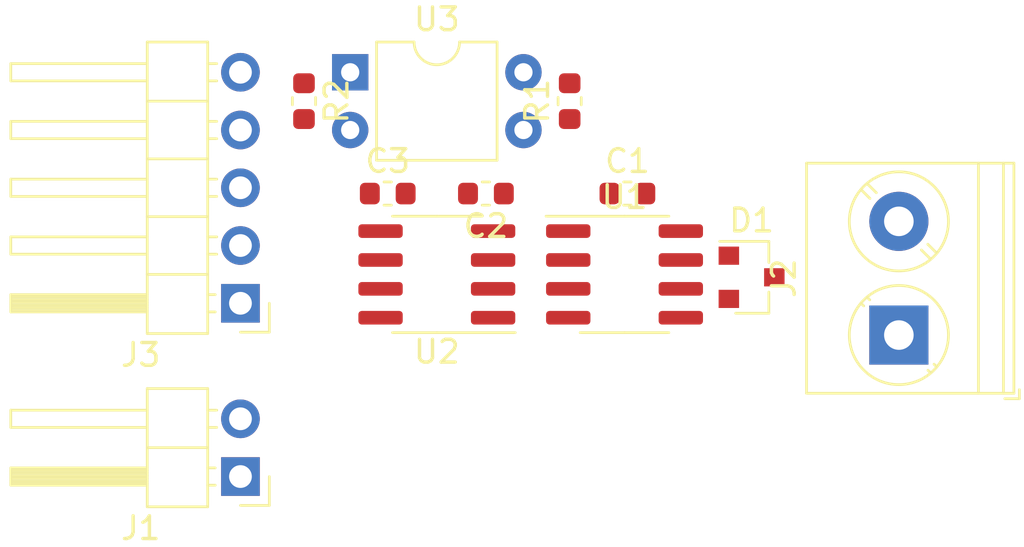
<source format=kicad_pcb>
(kicad_pcb (version 20171130) (host pcbnew "(5.1.6)-1")

  (general
    (thickness 1.6)
    (drawings 12)
    (tracks 0)
    (zones 0)
    (modules 12)
    (nets 14)
  )

  (page A4)
  (layers
    (0 F.Cu signal)
    (31 B.Cu signal)
    (32 B.Adhes user)
    (33 F.Adhes user)
    (34 B.Paste user)
    (35 F.Paste user)
    (36 B.SilkS user)
    (37 F.SilkS user)
    (38 B.Mask user)
    (39 F.Mask user)
    (40 Dwgs.User user hide)
    (41 Cmts.User user)
    (42 Eco1.User user)
    (43 Eco2.User user)
    (44 Edge.Cuts user)
    (45 Margin user)
    (46 B.CrtYd user)
    (47 F.CrtYd user)
    (48 B.Fab user hide)
    (49 F.Fab user hide)
  )

  (setup
    (last_trace_width 0.25)
    (user_trace_width 0.5)
    (trace_clearance 0.2)
    (zone_clearance 0.508)
    (zone_45_only no)
    (trace_min 0.2)
    (via_size 0.8)
    (via_drill 0.4)
    (via_min_size 0.4)
    (via_min_drill 0.3)
    (uvia_size 0.3)
    (uvia_drill 0.1)
    (uvias_allowed no)
    (uvia_min_size 0.2)
    (uvia_min_drill 0.1)
    (edge_width 0.05)
    (segment_width 0.2)
    (pcb_text_width 0.3)
    (pcb_text_size 1.5 1.5)
    (mod_edge_width 0.12)
    (mod_text_size 1 1)
    (mod_text_width 0.15)
    (pad_size 1.524 1.524)
    (pad_drill 0.762)
    (pad_to_mask_clearance 0.05)
    (aux_axis_origin 0 0)
    (grid_origin 187 71)
    (visible_elements 7FFFFFFF)
    (pcbplotparams
      (layerselection 0x010fc_ffffffff)
      (usegerberextensions false)
      (usegerberattributes true)
      (usegerberadvancedattributes true)
      (creategerberjobfile true)
      (excludeedgelayer true)
      (linewidth 0.100000)
      (plotframeref false)
      (viasonmask false)
      (mode 1)
      (useauxorigin false)
      (hpglpennumber 1)
      (hpglpenspeed 20)
      (hpglpendiameter 15.000000)
      (psnegative false)
      (psa4output false)
      (plotreference true)
      (plotvalue true)
      (plotinvisibletext false)
      (padsonsilk false)
      (subtractmaskfromsilk false)
      (outputformat 1)
      (mirror false)
      (drillshape 1)
      (scaleselection 1)
      (outputdirectory ""))
  )

  (net 0 "")
  (net 1 /VDD_BUS)
  (net 2 /GND_BUS)
  (net 3 /VDD_HOST)
  (net 4 /GND_HOST)
  (net 5 "/RX_(out)")
  (net 6 "/RX_(out)_iso")
  (net 7 "/TX_(in)")
  (net 8 "/TX_(in)_iso")
  (net 9 /RS485_A)
  (net 10 /RS485_B)
  (net 11 /Data_direction_ISO)
  (net 12 "Net-(R2-Pad1)")
  (net 13 /Data_direction_HOST)

  (net_class Default "This is the default net class."
    (clearance 0.2)
    (trace_width 0.25)
    (via_dia 0.8)
    (via_drill 0.4)
    (uvia_dia 0.3)
    (uvia_drill 0.1)
    (add_net /Data_direction_HOST)
    (add_net /Data_direction_ISO)
    (add_net /GND_BUS)
    (add_net /GND_HOST)
    (add_net /RS485_A)
    (add_net /RS485_B)
    (add_net "/RX_(out)")
    (add_net "/RX_(out)_iso")
    (add_net "/TX_(in)")
    (add_net "/TX_(in)_iso")
    (add_net /VDD_BUS)
    (add_net /VDD_HOST)
    (add_net "Net-(R2-Pad1)")
  )

  (module Package_TO_SOT_SMD:SOT-23 (layer F.Cu) (tedit 5A02FF57) (tstamp 6015634A)
    (at 209.479 69.857)
    (descr "SOT-23, Standard")
    (tags SOT-23)
    (path /6019B158)
    (attr smd)
    (fp_text reference D1 (at 0 -2.5) (layer F.SilkS)
      (effects (font (size 1 1) (thickness 0.15)))
    )
    (fp_text value SM712_SOT23 (at 0 2.5) (layer F.Fab)
      (effects (font (size 1 1) (thickness 0.15)))
    )
    (fp_text user %R (at 0 0 90) (layer F.Fab)
      (effects (font (size 0.5 0.5) (thickness 0.075)))
    )
    (fp_line (start -0.7 -0.95) (end -0.7 1.5) (layer F.Fab) (width 0.1))
    (fp_line (start -0.15 -1.52) (end 0.7 -1.52) (layer F.Fab) (width 0.1))
    (fp_line (start -0.7 -0.95) (end -0.15 -1.52) (layer F.Fab) (width 0.1))
    (fp_line (start 0.7 -1.52) (end 0.7 1.52) (layer F.Fab) (width 0.1))
    (fp_line (start -0.7 1.52) (end 0.7 1.52) (layer F.Fab) (width 0.1))
    (fp_line (start 0.76 1.58) (end 0.76 0.65) (layer F.SilkS) (width 0.12))
    (fp_line (start 0.76 -1.58) (end 0.76 -0.65) (layer F.SilkS) (width 0.12))
    (fp_line (start -1.7 -1.75) (end 1.7 -1.75) (layer F.CrtYd) (width 0.05))
    (fp_line (start 1.7 -1.75) (end 1.7 1.75) (layer F.CrtYd) (width 0.05))
    (fp_line (start 1.7 1.75) (end -1.7 1.75) (layer F.CrtYd) (width 0.05))
    (fp_line (start -1.7 1.75) (end -1.7 -1.75) (layer F.CrtYd) (width 0.05))
    (fp_line (start 0.76 -1.58) (end -1.4 -1.58) (layer F.SilkS) (width 0.12))
    (fp_line (start 0.76 1.58) (end -0.7 1.58) (layer F.SilkS) (width 0.12))
    (pad 3 smd rect (at 1 0) (size 0.9 0.8) (layers F.Cu F.Paste F.Mask)
      (net 2 /GND_BUS))
    (pad 2 smd rect (at -1 0.95) (size 0.9 0.8) (layers F.Cu F.Paste F.Mask)
      (net 9 /RS485_A))
    (pad 1 smd rect (at -1 -0.95) (size 0.9 0.8) (layers F.Cu F.Paste F.Mask)
      (net 10 /RS485_B))
    (model ${KISYS3DMOD}/Package_TO_SOT_SMD.3dshapes/SOT-23.wrl
      (at (xyz 0 0 0))
      (scale (xyz 1 1 1))
      (rotate (xyz 0 0 0))
    )
  )

  (module Connector_PinHeader_2.54mm:PinHeader_1x02_P2.54mm_Horizontal (layer F.Cu) (tedit 59FED5CB) (tstamp 60154336)
    (at 187 78.62 180)
    (descr "Through hole angled pin header, 1x02, 2.54mm pitch, 6mm pin length, single row")
    (tags "Through hole angled pin header THT 1x02 2.54mm single row")
    (path /600F0E91)
    (fp_text reference J1 (at 4.385 -2.27) (layer F.SilkS)
      (effects (font (size 1 1) (thickness 0.15)))
    )
    (fp_text value Conn_01x02 (at 4.385 4.81) (layer F.Fab)
      (effects (font (size 1 1) (thickness 0.15)))
    )
    (fp_text user %R (at 2.77 1.27 90) (layer F.Fab)
      (effects (font (size 1 1) (thickness 0.15)))
    )
    (fp_line (start 2.135 -1.27) (end 4.04 -1.27) (layer F.Fab) (width 0.1))
    (fp_line (start 4.04 -1.27) (end 4.04 3.81) (layer F.Fab) (width 0.1))
    (fp_line (start 4.04 3.81) (end 1.5 3.81) (layer F.Fab) (width 0.1))
    (fp_line (start 1.5 3.81) (end 1.5 -0.635) (layer F.Fab) (width 0.1))
    (fp_line (start 1.5 -0.635) (end 2.135 -1.27) (layer F.Fab) (width 0.1))
    (fp_line (start -0.32 -0.32) (end 1.5 -0.32) (layer F.Fab) (width 0.1))
    (fp_line (start -0.32 -0.32) (end -0.32 0.32) (layer F.Fab) (width 0.1))
    (fp_line (start -0.32 0.32) (end 1.5 0.32) (layer F.Fab) (width 0.1))
    (fp_line (start 4.04 -0.32) (end 10.04 -0.32) (layer F.Fab) (width 0.1))
    (fp_line (start 10.04 -0.32) (end 10.04 0.32) (layer F.Fab) (width 0.1))
    (fp_line (start 4.04 0.32) (end 10.04 0.32) (layer F.Fab) (width 0.1))
    (fp_line (start -0.32 2.22) (end 1.5 2.22) (layer F.Fab) (width 0.1))
    (fp_line (start -0.32 2.22) (end -0.32 2.86) (layer F.Fab) (width 0.1))
    (fp_line (start -0.32 2.86) (end 1.5 2.86) (layer F.Fab) (width 0.1))
    (fp_line (start 4.04 2.22) (end 10.04 2.22) (layer F.Fab) (width 0.1))
    (fp_line (start 10.04 2.22) (end 10.04 2.86) (layer F.Fab) (width 0.1))
    (fp_line (start 4.04 2.86) (end 10.04 2.86) (layer F.Fab) (width 0.1))
    (fp_line (start 1.44 -1.33) (end 1.44 3.87) (layer F.SilkS) (width 0.12))
    (fp_line (start 1.44 3.87) (end 4.1 3.87) (layer F.SilkS) (width 0.12))
    (fp_line (start 4.1 3.87) (end 4.1 -1.33) (layer F.SilkS) (width 0.12))
    (fp_line (start 4.1 -1.33) (end 1.44 -1.33) (layer F.SilkS) (width 0.12))
    (fp_line (start 4.1 -0.38) (end 10.1 -0.38) (layer F.SilkS) (width 0.12))
    (fp_line (start 10.1 -0.38) (end 10.1 0.38) (layer F.SilkS) (width 0.12))
    (fp_line (start 10.1 0.38) (end 4.1 0.38) (layer F.SilkS) (width 0.12))
    (fp_line (start 4.1 -0.32) (end 10.1 -0.32) (layer F.SilkS) (width 0.12))
    (fp_line (start 4.1 -0.2) (end 10.1 -0.2) (layer F.SilkS) (width 0.12))
    (fp_line (start 4.1 -0.08) (end 10.1 -0.08) (layer F.SilkS) (width 0.12))
    (fp_line (start 4.1 0.04) (end 10.1 0.04) (layer F.SilkS) (width 0.12))
    (fp_line (start 4.1 0.16) (end 10.1 0.16) (layer F.SilkS) (width 0.12))
    (fp_line (start 4.1 0.28) (end 10.1 0.28) (layer F.SilkS) (width 0.12))
    (fp_line (start 1.11 -0.38) (end 1.44 -0.38) (layer F.SilkS) (width 0.12))
    (fp_line (start 1.11 0.38) (end 1.44 0.38) (layer F.SilkS) (width 0.12))
    (fp_line (start 1.44 1.27) (end 4.1 1.27) (layer F.SilkS) (width 0.12))
    (fp_line (start 4.1 2.16) (end 10.1 2.16) (layer F.SilkS) (width 0.12))
    (fp_line (start 10.1 2.16) (end 10.1 2.92) (layer F.SilkS) (width 0.12))
    (fp_line (start 10.1 2.92) (end 4.1 2.92) (layer F.SilkS) (width 0.12))
    (fp_line (start 1.042929 2.16) (end 1.44 2.16) (layer F.SilkS) (width 0.12))
    (fp_line (start 1.042929 2.92) (end 1.44 2.92) (layer F.SilkS) (width 0.12))
    (fp_line (start -1.27 0) (end -1.27 -1.27) (layer F.SilkS) (width 0.12))
    (fp_line (start -1.27 -1.27) (end 0 -1.27) (layer F.SilkS) (width 0.12))
    (fp_line (start -1.8 -1.8) (end -1.8 4.35) (layer F.CrtYd) (width 0.05))
    (fp_line (start -1.8 4.35) (end 10.55 4.35) (layer F.CrtYd) (width 0.05))
    (fp_line (start 10.55 4.35) (end 10.55 -1.8) (layer F.CrtYd) (width 0.05))
    (fp_line (start 10.55 -1.8) (end -1.8 -1.8) (layer F.CrtYd) (width 0.05))
    (pad 2 thru_hole oval (at 0 2.54 180) (size 1.7 1.7) (drill 1) (layers *.Cu *.Mask)
      (net 1 /VDD_BUS))
    (pad 1 thru_hole rect (at 0 0 180) (size 1.7 1.7) (drill 1) (layers *.Cu *.Mask)
      (net 2 /GND_BUS))
    (model ${KISYS3DMOD}/Connector_PinHeader_2.54mm.3dshapes/PinHeader_1x02_P2.54mm_Horizontal.wrl
      (at (xyz 0 0 0))
      (scale (xyz 1 1 1))
      (rotate (xyz 0 0 0))
    )
  )

  (module Connector_PinHeader_2.54mm:PinHeader_1x05_P2.54mm_Horizontal (layer F.Cu) (tedit 59FED5CB) (tstamp 60154379)
    (at 187 71 180)
    (descr "Through hole angled pin header, 1x05, 2.54mm pitch, 6mm pin length, single row")
    (tags "Through hole angled pin header THT 1x05 2.54mm single row")
    (path /600E5F54)
    (fp_text reference J3 (at 4.385 -2.27) (layer F.SilkS)
      (effects (font (size 1 1) (thickness 0.15)))
    )
    (fp_text value Conn_01x05 (at 4.385 12.43) (layer F.Fab)
      (effects (font (size 1 1) (thickness 0.15)))
    )
    (fp_text user %R (at 2.77 5.08 90) (layer F.Fab)
      (effects (font (size 1 1) (thickness 0.15)))
    )
    (fp_line (start 2.135 -1.27) (end 4.04 -1.27) (layer F.Fab) (width 0.1))
    (fp_line (start 4.04 -1.27) (end 4.04 11.43) (layer F.Fab) (width 0.1))
    (fp_line (start 4.04 11.43) (end 1.5 11.43) (layer F.Fab) (width 0.1))
    (fp_line (start 1.5 11.43) (end 1.5 -0.635) (layer F.Fab) (width 0.1))
    (fp_line (start 1.5 -0.635) (end 2.135 -1.27) (layer F.Fab) (width 0.1))
    (fp_line (start -0.32 -0.32) (end 1.5 -0.32) (layer F.Fab) (width 0.1))
    (fp_line (start -0.32 -0.32) (end -0.32 0.32) (layer F.Fab) (width 0.1))
    (fp_line (start -0.32 0.32) (end 1.5 0.32) (layer F.Fab) (width 0.1))
    (fp_line (start 4.04 -0.32) (end 10.04 -0.32) (layer F.Fab) (width 0.1))
    (fp_line (start 10.04 -0.32) (end 10.04 0.32) (layer F.Fab) (width 0.1))
    (fp_line (start 4.04 0.32) (end 10.04 0.32) (layer F.Fab) (width 0.1))
    (fp_line (start -0.32 2.22) (end 1.5 2.22) (layer F.Fab) (width 0.1))
    (fp_line (start -0.32 2.22) (end -0.32 2.86) (layer F.Fab) (width 0.1))
    (fp_line (start -0.32 2.86) (end 1.5 2.86) (layer F.Fab) (width 0.1))
    (fp_line (start 4.04 2.22) (end 10.04 2.22) (layer F.Fab) (width 0.1))
    (fp_line (start 10.04 2.22) (end 10.04 2.86) (layer F.Fab) (width 0.1))
    (fp_line (start 4.04 2.86) (end 10.04 2.86) (layer F.Fab) (width 0.1))
    (fp_line (start -0.32 4.76) (end 1.5 4.76) (layer F.Fab) (width 0.1))
    (fp_line (start -0.32 4.76) (end -0.32 5.4) (layer F.Fab) (width 0.1))
    (fp_line (start -0.32 5.4) (end 1.5 5.4) (layer F.Fab) (width 0.1))
    (fp_line (start 4.04 4.76) (end 10.04 4.76) (layer F.Fab) (width 0.1))
    (fp_line (start 10.04 4.76) (end 10.04 5.4) (layer F.Fab) (width 0.1))
    (fp_line (start 4.04 5.4) (end 10.04 5.4) (layer F.Fab) (width 0.1))
    (fp_line (start -0.32 7.3) (end 1.5 7.3) (layer F.Fab) (width 0.1))
    (fp_line (start -0.32 7.3) (end -0.32 7.94) (layer F.Fab) (width 0.1))
    (fp_line (start -0.32 7.94) (end 1.5 7.94) (layer F.Fab) (width 0.1))
    (fp_line (start 4.04 7.3) (end 10.04 7.3) (layer F.Fab) (width 0.1))
    (fp_line (start 10.04 7.3) (end 10.04 7.94) (layer F.Fab) (width 0.1))
    (fp_line (start 4.04 7.94) (end 10.04 7.94) (layer F.Fab) (width 0.1))
    (fp_line (start -0.32 9.84) (end 1.5 9.84) (layer F.Fab) (width 0.1))
    (fp_line (start -0.32 9.84) (end -0.32 10.48) (layer F.Fab) (width 0.1))
    (fp_line (start -0.32 10.48) (end 1.5 10.48) (layer F.Fab) (width 0.1))
    (fp_line (start 4.04 9.84) (end 10.04 9.84) (layer F.Fab) (width 0.1))
    (fp_line (start 10.04 9.84) (end 10.04 10.48) (layer F.Fab) (width 0.1))
    (fp_line (start 4.04 10.48) (end 10.04 10.48) (layer F.Fab) (width 0.1))
    (fp_line (start 1.44 -1.33) (end 1.44 11.49) (layer F.SilkS) (width 0.12))
    (fp_line (start 1.44 11.49) (end 4.1 11.49) (layer F.SilkS) (width 0.12))
    (fp_line (start 4.1 11.49) (end 4.1 -1.33) (layer F.SilkS) (width 0.12))
    (fp_line (start 4.1 -1.33) (end 1.44 -1.33) (layer F.SilkS) (width 0.12))
    (fp_line (start 4.1 -0.38) (end 10.1 -0.38) (layer F.SilkS) (width 0.12))
    (fp_line (start 10.1 -0.38) (end 10.1 0.38) (layer F.SilkS) (width 0.12))
    (fp_line (start 10.1 0.38) (end 4.1 0.38) (layer F.SilkS) (width 0.12))
    (fp_line (start 4.1 -0.32) (end 10.1 -0.32) (layer F.SilkS) (width 0.12))
    (fp_line (start 4.1 -0.2) (end 10.1 -0.2) (layer F.SilkS) (width 0.12))
    (fp_line (start 4.1 -0.08) (end 10.1 -0.08) (layer F.SilkS) (width 0.12))
    (fp_line (start 4.1 0.04) (end 10.1 0.04) (layer F.SilkS) (width 0.12))
    (fp_line (start 4.1 0.16) (end 10.1 0.16) (layer F.SilkS) (width 0.12))
    (fp_line (start 4.1 0.28) (end 10.1 0.28) (layer F.SilkS) (width 0.12))
    (fp_line (start 1.11 -0.38) (end 1.44 -0.38) (layer F.SilkS) (width 0.12))
    (fp_line (start 1.11 0.38) (end 1.44 0.38) (layer F.SilkS) (width 0.12))
    (fp_line (start 1.44 1.27) (end 4.1 1.27) (layer F.SilkS) (width 0.12))
    (fp_line (start 4.1 2.16) (end 10.1 2.16) (layer F.SilkS) (width 0.12))
    (fp_line (start 10.1 2.16) (end 10.1 2.92) (layer F.SilkS) (width 0.12))
    (fp_line (start 10.1 2.92) (end 4.1 2.92) (layer F.SilkS) (width 0.12))
    (fp_line (start 1.042929 2.16) (end 1.44 2.16) (layer F.SilkS) (width 0.12))
    (fp_line (start 1.042929 2.92) (end 1.44 2.92) (layer F.SilkS) (width 0.12))
    (fp_line (start 1.44 3.81) (end 4.1 3.81) (layer F.SilkS) (width 0.12))
    (fp_line (start 4.1 4.7) (end 10.1 4.7) (layer F.SilkS) (width 0.12))
    (fp_line (start 10.1 4.7) (end 10.1 5.46) (layer F.SilkS) (width 0.12))
    (fp_line (start 10.1 5.46) (end 4.1 5.46) (layer F.SilkS) (width 0.12))
    (fp_line (start 1.042929 4.7) (end 1.44 4.7) (layer F.SilkS) (width 0.12))
    (fp_line (start 1.042929 5.46) (end 1.44 5.46) (layer F.SilkS) (width 0.12))
    (fp_line (start 1.44 6.35) (end 4.1 6.35) (layer F.SilkS) (width 0.12))
    (fp_line (start 4.1 7.24) (end 10.1 7.24) (layer F.SilkS) (width 0.12))
    (fp_line (start 10.1 7.24) (end 10.1 8) (layer F.SilkS) (width 0.12))
    (fp_line (start 10.1 8) (end 4.1 8) (layer F.SilkS) (width 0.12))
    (fp_line (start 1.042929 7.24) (end 1.44 7.24) (layer F.SilkS) (width 0.12))
    (fp_line (start 1.042929 8) (end 1.44 8) (layer F.SilkS) (width 0.12))
    (fp_line (start 1.44 8.89) (end 4.1 8.89) (layer F.SilkS) (width 0.12))
    (fp_line (start 4.1 9.78) (end 10.1 9.78) (layer F.SilkS) (width 0.12))
    (fp_line (start 10.1 9.78) (end 10.1 10.54) (layer F.SilkS) (width 0.12))
    (fp_line (start 10.1 10.54) (end 4.1 10.54) (layer F.SilkS) (width 0.12))
    (fp_line (start 1.042929 9.78) (end 1.44 9.78) (layer F.SilkS) (width 0.12))
    (fp_line (start 1.042929 10.54) (end 1.44 10.54) (layer F.SilkS) (width 0.12))
    (fp_line (start -1.27 0) (end -1.27 -1.27) (layer F.SilkS) (width 0.12))
    (fp_line (start -1.27 -1.27) (end 0 -1.27) (layer F.SilkS) (width 0.12))
    (fp_line (start -1.8 -1.8) (end -1.8 11.95) (layer F.CrtYd) (width 0.05))
    (fp_line (start -1.8 11.95) (end 10.55 11.95) (layer F.CrtYd) (width 0.05))
    (fp_line (start 10.55 11.95) (end 10.55 -1.8) (layer F.CrtYd) (width 0.05))
    (fp_line (start 10.55 -1.8) (end -1.8 -1.8) (layer F.CrtYd) (width 0.05))
    (pad 5 thru_hole oval (at 0 10.16 180) (size 1.7 1.7) (drill 1) (layers *.Cu *.Mask)
      (net 4 /GND_HOST))
    (pad 4 thru_hole oval (at 0 7.62 180) (size 1.7 1.7) (drill 1) (layers *.Cu *.Mask)
      (net 13 /Data_direction_HOST))
    (pad 3 thru_hole oval (at 0 5.08 180) (size 1.7 1.7) (drill 1) (layers *.Cu *.Mask)
      (net 5 "/RX_(out)"))
    (pad 2 thru_hole oval (at 0 2.54 180) (size 1.7 1.7) (drill 1) (layers *.Cu *.Mask)
      (net 7 "/TX_(in)"))
    (pad 1 thru_hole rect (at 0 0 180) (size 1.7 1.7) (drill 1) (layers *.Cu *.Mask)
      (net 3 /VDD_HOST))
    (model ${KISYS3DMOD}/Connector_PinHeader_2.54mm.3dshapes/PinHeader_1x05_P2.54mm_Horizontal.wrl
      (at (xyz 0 0 0))
      (scale (xyz 1 1 1))
      (rotate (xyz 0 0 0))
    )
  )

  (module Package_SO:SOIC-8_3.9x4.9mm_P1.27mm (layer F.Cu) (tedit 5D9F72B1) (tstamp 601543E7)
    (at 203.891 69.73)
    (descr "SOIC, 8 Pin (JEDEC MS-012AA, https://www.analog.com/media/en/package-pcb-resources/package/pkg_pdf/soic_narrow-r/r_8.pdf), generated with kicad-footprint-generator ipc_gullwing_generator.py")
    (tags "SOIC SO")
    (path /603838A3)
    (attr smd)
    (fp_text reference U1 (at 0 -3.4) (layer F.SilkS)
      (effects (font (size 1 1) (thickness 0.15)))
    )
    (fp_text value ST485EBDR (at 0 3.4) (layer F.Fab)
      (effects (font (size 1 1) (thickness 0.15)))
    )
    (fp_text user %R (at 0 0) (layer F.Fab)
      (effects (font (size 0.98 0.98) (thickness 0.15)))
    )
    (fp_line (start 0 2.56) (end 1.95 2.56) (layer F.SilkS) (width 0.12))
    (fp_line (start 0 2.56) (end -1.95 2.56) (layer F.SilkS) (width 0.12))
    (fp_line (start 0 -2.56) (end 1.95 -2.56) (layer F.SilkS) (width 0.12))
    (fp_line (start 0 -2.56) (end -3.45 -2.56) (layer F.SilkS) (width 0.12))
    (fp_line (start -0.975 -2.45) (end 1.95 -2.45) (layer F.Fab) (width 0.1))
    (fp_line (start 1.95 -2.45) (end 1.95 2.45) (layer F.Fab) (width 0.1))
    (fp_line (start 1.95 2.45) (end -1.95 2.45) (layer F.Fab) (width 0.1))
    (fp_line (start -1.95 2.45) (end -1.95 -1.475) (layer F.Fab) (width 0.1))
    (fp_line (start -1.95 -1.475) (end -0.975 -2.45) (layer F.Fab) (width 0.1))
    (fp_line (start -3.7 -2.7) (end -3.7 2.7) (layer F.CrtYd) (width 0.05))
    (fp_line (start -3.7 2.7) (end 3.7 2.7) (layer F.CrtYd) (width 0.05))
    (fp_line (start 3.7 2.7) (end 3.7 -2.7) (layer F.CrtYd) (width 0.05))
    (fp_line (start 3.7 -2.7) (end -3.7 -2.7) (layer F.CrtYd) (width 0.05))
    (pad 8 smd roundrect (at 2.475 -1.905) (size 1.95 0.6) (layers F.Cu F.Paste F.Mask) (roundrect_rratio 0.25)
      (net 1 /VDD_BUS))
    (pad 7 smd roundrect (at 2.475 -0.635) (size 1.95 0.6) (layers F.Cu F.Paste F.Mask) (roundrect_rratio 0.25)
      (net 10 /RS485_B))
    (pad 6 smd roundrect (at 2.475 0.635) (size 1.95 0.6) (layers F.Cu F.Paste F.Mask) (roundrect_rratio 0.25)
      (net 9 /RS485_A))
    (pad 5 smd roundrect (at 2.475 1.905) (size 1.95 0.6) (layers F.Cu F.Paste F.Mask) (roundrect_rratio 0.25)
      (net 2 /GND_BUS))
    (pad 4 smd roundrect (at -2.475 1.905) (size 1.95 0.6) (layers F.Cu F.Paste F.Mask) (roundrect_rratio 0.25)
      (net 8 "/TX_(in)_iso"))
    (pad 3 smd roundrect (at -2.475 0.635) (size 1.95 0.6) (layers F.Cu F.Paste F.Mask) (roundrect_rratio 0.25)
      (net 11 /Data_direction_ISO))
    (pad 2 smd roundrect (at -2.475 -0.635) (size 1.95 0.6) (layers F.Cu F.Paste F.Mask) (roundrect_rratio 0.25)
      (net 11 /Data_direction_ISO))
    (pad 1 smd roundrect (at -2.475 -1.905) (size 1.95 0.6) (layers F.Cu F.Paste F.Mask) (roundrect_rratio 0.25)
      (net 6 "/RX_(out)_iso"))
    (model ${KISYS3DMOD}/Package_SO.3dshapes/SOIC-8_3.9x4.9mm_P1.27mm.wrl
      (at (xyz 0 0 0))
      (scale (xyz 1 1 1))
      (rotate (xyz 0 0 0))
    )
  )

  (module Package_SO:SOIC-8_3.9x4.9mm_P1.27mm (layer F.Cu) (tedit 5D9F72B1) (tstamp 601543CD)
    (at 195.636 69.73 180)
    (descr "SOIC, 8 Pin (JEDEC MS-012AA, https://www.analog.com/media/en/package-pcb-resources/package/pkg_pdf/soic_narrow-r/r_8.pdf), generated with kicad-footprint-generator ipc_gullwing_generator.py")
    (tags "SOIC SO")
    (path /60162C2E)
    (attr smd)
    (fp_text reference U2 (at 0 -3.4) (layer F.SilkS)
      (effects (font (size 1 1) (thickness 0.15)))
    )
    (fp_text value FOD8012 (at 0 3.4) (layer F.Fab)
      (effects (font (size 1 1) (thickness 0.15)))
    )
    (fp_text user %R (at 0 0) (layer F.Fab)
      (effects (font (size 0.98 0.98) (thickness 0.15)))
    )
    (fp_line (start 0 2.56) (end 1.95 2.56) (layer F.SilkS) (width 0.12))
    (fp_line (start 0 2.56) (end -1.95 2.56) (layer F.SilkS) (width 0.12))
    (fp_line (start 0 -2.56) (end 1.95 -2.56) (layer F.SilkS) (width 0.12))
    (fp_line (start 0 -2.56) (end -3.45 -2.56) (layer F.SilkS) (width 0.12))
    (fp_line (start -0.975 -2.45) (end 1.95 -2.45) (layer F.Fab) (width 0.1))
    (fp_line (start 1.95 -2.45) (end 1.95 2.45) (layer F.Fab) (width 0.1))
    (fp_line (start 1.95 2.45) (end -1.95 2.45) (layer F.Fab) (width 0.1))
    (fp_line (start -1.95 2.45) (end -1.95 -1.475) (layer F.Fab) (width 0.1))
    (fp_line (start -1.95 -1.475) (end -0.975 -2.45) (layer F.Fab) (width 0.1))
    (fp_line (start -3.7 -2.7) (end -3.7 2.7) (layer F.CrtYd) (width 0.05))
    (fp_line (start -3.7 2.7) (end 3.7 2.7) (layer F.CrtYd) (width 0.05))
    (fp_line (start 3.7 2.7) (end 3.7 -2.7) (layer F.CrtYd) (width 0.05))
    (fp_line (start 3.7 -2.7) (end -3.7 -2.7) (layer F.CrtYd) (width 0.05))
    (pad 8 smd roundrect (at 2.475 -1.905 180) (size 1.95 0.6) (layers F.Cu F.Paste F.Mask) (roundrect_rratio 0.25)
      (net 3 /VDD_HOST))
    (pad 7 smd roundrect (at 2.475 -0.635 180) (size 1.95 0.6) (layers F.Cu F.Paste F.Mask) (roundrect_rratio 0.25)
      (net 7 "/TX_(in)"))
    (pad 6 smd roundrect (at 2.475 0.635 180) (size 1.95 0.6) (layers F.Cu F.Paste F.Mask) (roundrect_rratio 0.25)
      (net 5 "/RX_(out)"))
    (pad 5 smd roundrect (at 2.475 1.905 180) (size 1.95 0.6) (layers F.Cu F.Paste F.Mask) (roundrect_rratio 0.25)
      (net 4 /GND_HOST))
    (pad 4 smd roundrect (at -2.475 1.905 180) (size 1.95 0.6) (layers F.Cu F.Paste F.Mask) (roundrect_rratio 0.25)
      (net 2 /GND_BUS))
    (pad 3 smd roundrect (at -2.475 0.635 180) (size 1.95 0.6) (layers F.Cu F.Paste F.Mask) (roundrect_rratio 0.25)
      (net 6 "/RX_(out)_iso"))
    (pad 2 smd roundrect (at -2.475 -0.635 180) (size 1.95 0.6) (layers F.Cu F.Paste F.Mask) (roundrect_rratio 0.25)
      (net 8 "/TX_(in)_iso"))
    (pad 1 smd roundrect (at -2.475 -1.905 180) (size 1.95 0.6) (layers F.Cu F.Paste F.Mask) (roundrect_rratio 0.25)
      (net 1 /VDD_BUS))
    (model ${KISYS3DMOD}/Package_SO.3dshapes/SOIC-8_3.9x4.9mm_P1.27mm.wrl
      (at (xyz 0 0 0))
      (scale (xyz 1 1 1))
      (rotate (xyz 0 0 0))
    )
  )

  (module Package_DIP:DIP-4_W7.62mm (layer F.Cu) (tedit 5A02E8C5) (tstamp 601543B3)
    (at 191.826 60.84)
    (descr "4-lead though-hole mounted DIP package, row spacing 7.62 mm (300 mils)")
    (tags "THT DIP DIL PDIP 2.54mm 7.62mm 300mil")
    (path /60084EB0)
    (fp_text reference U3 (at 3.81 -2.33) (layer F.SilkS)
      (effects (font (size 1 1) (thickness 0.15)))
    )
    (fp_text value EL817 (at 3.81 4.87) (layer F.Fab)
      (effects (font (size 1 1) (thickness 0.15)))
    )
    (fp_text user %R (at 3.81 1.27) (layer F.Fab)
      (effects (font (size 1 1) (thickness 0.15)))
    )
    (fp_arc (start 3.81 -1.33) (end 2.81 -1.33) (angle -180) (layer F.SilkS) (width 0.12))
    (fp_line (start 1.635 -1.27) (end 6.985 -1.27) (layer F.Fab) (width 0.1))
    (fp_line (start 6.985 -1.27) (end 6.985 3.81) (layer F.Fab) (width 0.1))
    (fp_line (start 6.985 3.81) (end 0.635 3.81) (layer F.Fab) (width 0.1))
    (fp_line (start 0.635 3.81) (end 0.635 -0.27) (layer F.Fab) (width 0.1))
    (fp_line (start 0.635 -0.27) (end 1.635 -1.27) (layer F.Fab) (width 0.1))
    (fp_line (start 2.81 -1.33) (end 1.16 -1.33) (layer F.SilkS) (width 0.12))
    (fp_line (start 1.16 -1.33) (end 1.16 3.87) (layer F.SilkS) (width 0.12))
    (fp_line (start 1.16 3.87) (end 6.46 3.87) (layer F.SilkS) (width 0.12))
    (fp_line (start 6.46 3.87) (end 6.46 -1.33) (layer F.SilkS) (width 0.12))
    (fp_line (start 6.46 -1.33) (end 4.81 -1.33) (layer F.SilkS) (width 0.12))
    (fp_line (start -1.1 -1.55) (end -1.1 4.1) (layer F.CrtYd) (width 0.05))
    (fp_line (start -1.1 4.1) (end 8.7 4.1) (layer F.CrtYd) (width 0.05))
    (fp_line (start 8.7 4.1) (end 8.7 -1.55) (layer F.CrtYd) (width 0.05))
    (fp_line (start 8.7 -1.55) (end -1.1 -1.55) (layer F.CrtYd) (width 0.05))
    (pad 4 thru_hole oval (at 7.62 0) (size 1.6 1.6) (drill 0.8) (layers *.Cu *.Mask)
      (net 11 /Data_direction_ISO))
    (pad 2 thru_hole oval (at 0 2.54) (size 1.6 1.6) (drill 0.8) (layers *.Cu *.Mask)
      (net 13 /Data_direction_HOST))
    (pad 3 thru_hole oval (at 7.62 2.54) (size 1.6 1.6) (drill 0.8) (layers *.Cu *.Mask)
      (net 2 /GND_BUS))
    (pad 1 thru_hole rect (at 0 0) (size 1.6 1.6) (drill 0.8) (layers *.Cu *.Mask)
      (net 12 "Net-(R2-Pad1)"))
    (model ${KISYS3DMOD}/Package_DIP.3dshapes/DIP-4_W7.62mm.wrl
      (at (xyz 0 0 0))
      (scale (xyz 1 1 1))
      (rotate (xyz 0 0 0))
    )
  )

  (module Resistor_SMD:R_0603_1608Metric (layer F.Cu) (tedit 5B301BBD) (tstamp 60155619)
    (at 189.794 62.11 270)
    (descr "Resistor SMD 0603 (1608 Metric), square (rectangular) end terminal, IPC_7351 nominal, (Body size source: http://www.tortai-tech.com/upload/download/2011102023233369053.pdf), generated with kicad-footprint-generator")
    (tags resistor)
    (path /60084EB6)
    (attr smd)
    (fp_text reference R2 (at 0 -1.43 90) (layer F.SilkS)
      (effects (font (size 1 1) (thickness 0.15)))
    )
    (fp_text value 200 (at 0 1.43 90) (layer F.Fab)
      (effects (font (size 1 1) (thickness 0.15)))
    )
    (fp_text user %R (at 0 0 90) (layer F.Fab)
      (effects (font (size 0.4 0.4) (thickness 0.06)))
    )
    (fp_line (start -0.8 0.4) (end -0.8 -0.4) (layer F.Fab) (width 0.1))
    (fp_line (start -0.8 -0.4) (end 0.8 -0.4) (layer F.Fab) (width 0.1))
    (fp_line (start 0.8 -0.4) (end 0.8 0.4) (layer F.Fab) (width 0.1))
    (fp_line (start 0.8 0.4) (end -0.8 0.4) (layer F.Fab) (width 0.1))
    (fp_line (start -0.162779 -0.51) (end 0.162779 -0.51) (layer F.SilkS) (width 0.12))
    (fp_line (start -0.162779 0.51) (end 0.162779 0.51) (layer F.SilkS) (width 0.12))
    (fp_line (start -1.48 0.73) (end -1.48 -0.73) (layer F.CrtYd) (width 0.05))
    (fp_line (start -1.48 -0.73) (end 1.48 -0.73) (layer F.CrtYd) (width 0.05))
    (fp_line (start 1.48 -0.73) (end 1.48 0.73) (layer F.CrtYd) (width 0.05))
    (fp_line (start 1.48 0.73) (end -1.48 0.73) (layer F.CrtYd) (width 0.05))
    (pad 2 smd roundrect (at 0.7875 0 270) (size 0.875 0.95) (layers F.Cu F.Paste F.Mask) (roundrect_rratio 0.25)
      (net 3 /VDD_HOST))
    (pad 1 smd roundrect (at -0.7875 0 270) (size 0.875 0.95) (layers F.Cu F.Paste F.Mask) (roundrect_rratio 0.25)
      (net 12 "Net-(R2-Pad1)"))
    (model ${KISYS3DMOD}/Resistor_SMD.3dshapes/R_0603_1608Metric.wrl
      (at (xyz 0 0 0))
      (scale (xyz 1 1 1))
      (rotate (xyz 0 0 0))
    )
  )

  (module Resistor_SMD:R_0603_1608Metric (layer F.Cu) (tedit 5B301BBD) (tstamp 6015438A)
    (at 201.478 62.11 90)
    (descr "Resistor SMD 0603 (1608 Metric), square (rectangular) end terminal, IPC_7351 nominal, (Body size source: http://www.tortai-tech.com/upload/download/2011102023233369053.pdf), generated with kicad-footprint-generator")
    (tags resistor)
    (path /60084EBE)
    (attr smd)
    (fp_text reference R1 (at 0 -1.43 90) (layer F.SilkS)
      (effects (font (size 1 1) (thickness 0.15)))
    )
    (fp_text value 10K (at 0 1.43 90) (layer F.Fab)
      (effects (font (size 1 1) (thickness 0.15)))
    )
    (fp_text user %R (at 0 0 90) (layer F.Fab)
      (effects (font (size 0.4 0.4) (thickness 0.06)))
    )
    (fp_line (start -0.8 0.4) (end -0.8 -0.4) (layer F.Fab) (width 0.1))
    (fp_line (start -0.8 -0.4) (end 0.8 -0.4) (layer F.Fab) (width 0.1))
    (fp_line (start 0.8 -0.4) (end 0.8 0.4) (layer F.Fab) (width 0.1))
    (fp_line (start 0.8 0.4) (end -0.8 0.4) (layer F.Fab) (width 0.1))
    (fp_line (start -0.162779 -0.51) (end 0.162779 -0.51) (layer F.SilkS) (width 0.12))
    (fp_line (start -0.162779 0.51) (end 0.162779 0.51) (layer F.SilkS) (width 0.12))
    (fp_line (start -1.48 0.73) (end -1.48 -0.73) (layer F.CrtYd) (width 0.05))
    (fp_line (start -1.48 -0.73) (end 1.48 -0.73) (layer F.CrtYd) (width 0.05))
    (fp_line (start 1.48 -0.73) (end 1.48 0.73) (layer F.CrtYd) (width 0.05))
    (fp_line (start 1.48 0.73) (end -1.48 0.73) (layer F.CrtYd) (width 0.05))
    (pad 2 smd roundrect (at 0.7875 0 90) (size 0.875 0.95) (layers F.Cu F.Paste F.Mask) (roundrect_rratio 0.25)
      (net 11 /Data_direction_ISO))
    (pad 1 smd roundrect (at -0.7875 0 90) (size 0.875 0.95) (layers F.Cu F.Paste F.Mask) (roundrect_rratio 0.25)
      (net 1 /VDD_BUS))
    (model ${KISYS3DMOD}/Resistor_SMD.3dshapes/R_0603_1608Metric.wrl
      (at (xyz 0 0 0))
      (scale (xyz 1 1 1))
      (rotate (xyz 0 0 0))
    )
  )

  (module TerminalBlock_Phoenix:TerminalBlock_Phoenix_PT-1,5-2-5.0-H_1x02_P5.00mm_Horizontal (layer F.Cu) (tedit 5B294F69) (tstamp 60154360)
    (at 215.956 72.397 90)
    (descr "Terminal Block Phoenix PT-1,5-2-5.0-H, 2 pins, pitch 5mm, size 10x9mm^2, drill diamater 1.3mm, pad diameter 2.6mm, see http://www.mouser.com/ds/2/324/ItemDetail_1935161-922578.pdf, script-generated using https://github.com/pointhi/kicad-footprint-generator/scripts/TerminalBlock_Phoenix")
    (tags "THT Terminal Block Phoenix PT-1,5-2-5.0-H pitch 5mm size 10x9mm^2 drill 1.3mm pad 2.6mm")
    (path /600F1340)
    (fp_text reference J2 (at 2.5 -5.06 90) (layer F.SilkS)
      (effects (font (size 1 1) (thickness 0.15)))
    )
    (fp_text value Conn_01x02 (at 2.5 6.06 90) (layer F.Fab)
      (effects (font (size 1 1) (thickness 0.15)))
    )
    (fp_text user %R (at 2.5 2.9 90) (layer F.Fab)
      (effects (font (size 1 1) (thickness 0.15)))
    )
    (fp_circle (center 0 0) (end 2 0) (layer F.Fab) (width 0.1))
    (fp_circle (center 0 0) (end 2.18 0) (layer F.SilkS) (width 0.12))
    (fp_circle (center 5 0) (end 7 0) (layer F.Fab) (width 0.1))
    (fp_circle (center 5 0) (end 7.18 0) (layer F.SilkS) (width 0.12))
    (fp_line (start -2.5 -4) (end 7.5 -4) (layer F.Fab) (width 0.1))
    (fp_line (start 7.5 -4) (end 7.5 5) (layer F.Fab) (width 0.1))
    (fp_line (start 7.5 5) (end -2.1 5) (layer F.Fab) (width 0.1))
    (fp_line (start -2.1 5) (end -2.5 4.6) (layer F.Fab) (width 0.1))
    (fp_line (start -2.5 4.6) (end -2.5 -4) (layer F.Fab) (width 0.1))
    (fp_line (start -2.5 4.6) (end 7.5 4.6) (layer F.Fab) (width 0.1))
    (fp_line (start -2.56 4.6) (end 7.56 4.6) (layer F.SilkS) (width 0.12))
    (fp_line (start -2.5 3.5) (end 7.5 3.5) (layer F.Fab) (width 0.1))
    (fp_line (start -2.56 3.5) (end 7.56 3.5) (layer F.SilkS) (width 0.12))
    (fp_line (start -2.56 -4.06) (end 7.56 -4.06) (layer F.SilkS) (width 0.12))
    (fp_line (start -2.56 5.06) (end 7.56 5.06) (layer F.SilkS) (width 0.12))
    (fp_line (start -2.56 -4.06) (end -2.56 5.06) (layer F.SilkS) (width 0.12))
    (fp_line (start 7.56 -4.06) (end 7.56 5.06) (layer F.SilkS) (width 0.12))
    (fp_line (start 1.517 -1.273) (end -1.273 1.517) (layer F.Fab) (width 0.1))
    (fp_line (start 1.273 -1.517) (end -1.517 1.273) (layer F.Fab) (width 0.1))
    (fp_line (start 1.654 -1.388) (end 1.547 -1.281) (layer F.SilkS) (width 0.12))
    (fp_line (start -1.282 1.547) (end -1.388 1.654) (layer F.SilkS) (width 0.12))
    (fp_line (start 1.388 -1.654) (end 1.281 -1.547) (layer F.SilkS) (width 0.12))
    (fp_line (start -1.548 1.281) (end -1.654 1.388) (layer F.SilkS) (width 0.12))
    (fp_line (start 6.517 -1.273) (end 3.728 1.517) (layer F.Fab) (width 0.1))
    (fp_line (start 6.273 -1.517) (end 3.484 1.273) (layer F.Fab) (width 0.1))
    (fp_line (start 6.654 -1.388) (end 6.259 -0.992) (layer F.SilkS) (width 0.12))
    (fp_line (start 3.993 1.274) (end 3.613 1.654) (layer F.SilkS) (width 0.12))
    (fp_line (start 6.388 -1.654) (end 6.008 -1.274) (layer F.SilkS) (width 0.12))
    (fp_line (start 3.742 0.992) (end 3.347 1.388) (layer F.SilkS) (width 0.12))
    (fp_line (start -2.8 4.66) (end -2.8 5.3) (layer F.SilkS) (width 0.12))
    (fp_line (start -2.8 5.3) (end -2.4 5.3) (layer F.SilkS) (width 0.12))
    (fp_line (start -3 -4.5) (end -3 5.5) (layer F.CrtYd) (width 0.05))
    (fp_line (start -3 5.5) (end 8 5.5) (layer F.CrtYd) (width 0.05))
    (fp_line (start 8 5.5) (end 8 -4.5) (layer F.CrtYd) (width 0.05))
    (fp_line (start 8 -4.5) (end -3 -4.5) (layer F.CrtYd) (width 0.05))
    (pad 2 thru_hole circle (at 5 0 90) (size 2.6 2.6) (drill 1.3) (layers *.Cu *.Mask)
      (net 10 /RS485_B))
    (pad 1 thru_hole rect (at 0 0 90) (size 2.6 2.6) (drill 1.3) (layers *.Cu *.Mask)
      (net 9 /RS485_A))
    (model ${KISYS3DMOD}/TerminalBlock_Phoenix.3dshapes/TerminalBlock_Phoenix_PT-1,5-2-5.0-H_1x02_P5.00mm_Horizontal.wrl
      (at (xyz 0 0 0))
      (scale (xyz 1 1 1))
      (rotate (xyz 0 0 0))
    )
  )

  (module Capacitor_SMD:C_0603_1608Metric (layer F.Cu) (tedit 5B301BBE) (tstamp 60154320)
    (at 204.018 66.174)
    (descr "Capacitor SMD 0603 (1608 Metric), square (rectangular) end terminal, IPC_7351 nominal, (Body size source: http://www.tortai-tech.com/upload/download/2011102023233369053.pdf), generated with kicad-footprint-generator")
    (tags capacitor)
    (path /603B1976)
    (attr smd)
    (fp_text reference C1 (at 0 -1.43) (layer F.SilkS)
      (effects (font (size 1 1) (thickness 0.15)))
    )
    (fp_text value 100n (at 0 1.43) (layer F.Fab)
      (effects (font (size 1 1) (thickness 0.15)))
    )
    (fp_text user %R (at 0 0) (layer F.Fab)
      (effects (font (size 0.4 0.4) (thickness 0.06)))
    )
    (fp_line (start -0.8 0.4) (end -0.8 -0.4) (layer F.Fab) (width 0.1))
    (fp_line (start -0.8 -0.4) (end 0.8 -0.4) (layer F.Fab) (width 0.1))
    (fp_line (start 0.8 -0.4) (end 0.8 0.4) (layer F.Fab) (width 0.1))
    (fp_line (start 0.8 0.4) (end -0.8 0.4) (layer F.Fab) (width 0.1))
    (fp_line (start -0.162779 -0.51) (end 0.162779 -0.51) (layer F.SilkS) (width 0.12))
    (fp_line (start -0.162779 0.51) (end 0.162779 0.51) (layer F.SilkS) (width 0.12))
    (fp_line (start -1.48 0.73) (end -1.48 -0.73) (layer F.CrtYd) (width 0.05))
    (fp_line (start -1.48 -0.73) (end 1.48 -0.73) (layer F.CrtYd) (width 0.05))
    (fp_line (start 1.48 -0.73) (end 1.48 0.73) (layer F.CrtYd) (width 0.05))
    (fp_line (start 1.48 0.73) (end -1.48 0.73) (layer F.CrtYd) (width 0.05))
    (pad 2 smd roundrect (at 0.7875 0) (size 0.875 0.95) (layers F.Cu F.Paste F.Mask) (roundrect_rratio 0.25)
      (net 1 /VDD_BUS))
    (pad 1 smd roundrect (at -0.7875 0) (size 0.875 0.95) (layers F.Cu F.Paste F.Mask) (roundrect_rratio 0.25)
      (net 2 /GND_BUS))
    (model ${KISYS3DMOD}/Capacitor_SMD.3dshapes/C_0603_1608Metric.wrl
      (at (xyz 0 0 0))
      (scale (xyz 1 1 1))
      (rotate (xyz 0 0 0))
    )
  )

  (module Capacitor_SMD:C_0603_1608Metric (layer F.Cu) (tedit 5B301BBE) (tstamp 6015430F)
    (at 193.477 66.174)
    (descr "Capacitor SMD 0603 (1608 Metric), square (rectangular) end terminal, IPC_7351 nominal, (Body size source: http://www.tortai-tech.com/upload/download/2011102023233369053.pdf), generated with kicad-footprint-generator")
    (tags capacitor)
    (path /6018B86C)
    (attr smd)
    (fp_text reference C3 (at 0 -1.43) (layer F.SilkS)
      (effects (font (size 1 1) (thickness 0.15)))
    )
    (fp_text value 100n (at 0 1.43) (layer F.Fab)
      (effects (font (size 1 1) (thickness 0.15)))
    )
    (fp_text user %R (at 0 0) (layer F.Fab)
      (effects (font (size 0.4 0.4) (thickness 0.06)))
    )
    (fp_line (start -0.8 0.4) (end -0.8 -0.4) (layer F.Fab) (width 0.1))
    (fp_line (start -0.8 -0.4) (end 0.8 -0.4) (layer F.Fab) (width 0.1))
    (fp_line (start 0.8 -0.4) (end 0.8 0.4) (layer F.Fab) (width 0.1))
    (fp_line (start 0.8 0.4) (end -0.8 0.4) (layer F.Fab) (width 0.1))
    (fp_line (start -0.162779 -0.51) (end 0.162779 -0.51) (layer F.SilkS) (width 0.12))
    (fp_line (start -0.162779 0.51) (end 0.162779 0.51) (layer F.SilkS) (width 0.12))
    (fp_line (start -1.48 0.73) (end -1.48 -0.73) (layer F.CrtYd) (width 0.05))
    (fp_line (start -1.48 -0.73) (end 1.48 -0.73) (layer F.CrtYd) (width 0.05))
    (fp_line (start 1.48 -0.73) (end 1.48 0.73) (layer F.CrtYd) (width 0.05))
    (fp_line (start 1.48 0.73) (end -1.48 0.73) (layer F.CrtYd) (width 0.05))
    (pad 2 smd roundrect (at 0.7875 0) (size 0.875 0.95) (layers F.Cu F.Paste F.Mask) (roundrect_rratio 0.25)
      (net 3 /VDD_HOST))
    (pad 1 smd roundrect (at -0.7875 0) (size 0.875 0.95) (layers F.Cu F.Paste F.Mask) (roundrect_rratio 0.25)
      (net 4 /GND_HOST))
    (model ${KISYS3DMOD}/Capacitor_SMD.3dshapes/C_0603_1608Metric.wrl
      (at (xyz 0 0 0))
      (scale (xyz 1 1 1))
      (rotate (xyz 0 0 0))
    )
  )

  (module Capacitor_SMD:C_0603_1608Metric (layer F.Cu) (tedit 5B301BBE) (tstamp 601542FE)
    (at 197.795 66.174 180)
    (descr "Capacitor SMD 0603 (1608 Metric), square (rectangular) end terminal, IPC_7351 nominal, (Body size source: http://www.tortai-tech.com/upload/download/2011102023233369053.pdf), generated with kicad-footprint-generator")
    (tags capacitor)
    (path /60181F90)
    (attr smd)
    (fp_text reference C2 (at 0 -1.43) (layer F.SilkS)
      (effects (font (size 1 1) (thickness 0.15)))
    )
    (fp_text value 100n (at 0 1.43) (layer F.Fab)
      (effects (font (size 1 1) (thickness 0.15)))
    )
    (fp_text user %R (at 0 0) (layer F.Fab)
      (effects (font (size 0.4 0.4) (thickness 0.06)))
    )
    (fp_line (start -0.8 0.4) (end -0.8 -0.4) (layer F.Fab) (width 0.1))
    (fp_line (start -0.8 -0.4) (end 0.8 -0.4) (layer F.Fab) (width 0.1))
    (fp_line (start 0.8 -0.4) (end 0.8 0.4) (layer F.Fab) (width 0.1))
    (fp_line (start 0.8 0.4) (end -0.8 0.4) (layer F.Fab) (width 0.1))
    (fp_line (start -0.162779 -0.51) (end 0.162779 -0.51) (layer F.SilkS) (width 0.12))
    (fp_line (start -0.162779 0.51) (end 0.162779 0.51) (layer F.SilkS) (width 0.12))
    (fp_line (start -1.48 0.73) (end -1.48 -0.73) (layer F.CrtYd) (width 0.05))
    (fp_line (start -1.48 -0.73) (end 1.48 -0.73) (layer F.CrtYd) (width 0.05))
    (fp_line (start 1.48 -0.73) (end 1.48 0.73) (layer F.CrtYd) (width 0.05))
    (fp_line (start 1.48 0.73) (end -1.48 0.73) (layer F.CrtYd) (width 0.05))
    (pad 2 smd roundrect (at 0.7875 0 180) (size 0.875 0.95) (layers F.Cu F.Paste F.Mask) (roundrect_rratio 0.25)
      (net 1 /VDD_BUS))
    (pad 1 smd roundrect (at -0.7875 0 180) (size 0.875 0.95) (layers F.Cu F.Paste F.Mask) (roundrect_rratio 0.25)
      (net 2 /GND_BUS))
    (model ${KISYS3DMOD}/Capacitor_SMD.3dshapes/C_0603_1608Metric.wrl
      (at (xyz 0 0 0))
      (scale (xyz 1 1 1))
      (rotate (xyz 0 0 0))
    )
  )

  (gr_circle (center 203.7 84.25) (end 202.2 84) (layer Dwgs.User) (width 0.15))
  (gr_circle (center 203.7 78.5) (end 202.4 78.2) (layer Dwgs.User) (width 0.15))
  (gr_circle (center 203.7 75.25) (end 204.75 74.4) (layer Dwgs.User) (width 0.15))
  (gr_text "GND BUS" (at 211.35 94 90) (layer Dwgs.User) (tstamp 601302AD)
    (effects (font (size 1.5 1.5) (thickness 0.3)))
  )
  (gr_text "VDD BUS" (at 208.5 93.95 90) (layer Dwgs.User) (tstamp 60130269)
    (effects (font (size 1.5 1.5) (thickness 0.3)))
  )
  (gr_text A (at 221.2 83.35) (layer Dwgs.User) (tstamp 60130269)
    (effects (font (size 1.5 1.5) (thickness 0.3)))
  )
  (gr_text B (at 221.35 77.75) (layer Dwgs.User) (tstamp 60130269)
    (effects (font (size 1.5 1.5) (thickness 0.3)))
  )
  (gr_text "TX (IN)" (at 180.5 85.35) (layer Dwgs.User) (tstamp 60130269)
    (effects (font (size 1.5 1.5) (thickness 0.3)))
  )
  (gr_text DIRECTION (at 180.7 82.8) (layer Dwgs.User) (tstamp 60130269)
    (effects (font (size 1.5 1.5) (thickness 0.3)))
  )
  (gr_text "RX (OUT)" (at 180.7 80) (layer Dwgs.User) (tstamp 60130269)
    (effects (font (size 1.5 1.5) (thickness 0.3)))
  )
  (gr_text "VDD HOST" (at 180.8 77.4) (layer Dwgs.User) (tstamp 60130269)
    (effects (font (size 1.5 1.5) (thickness 0.3)))
  )
  (gr_text "GND HOST" (at 180.65 74.9) (layer Dwgs.User)
    (effects (font (size 1.5 1.5) (thickness 0.3)))
  )

)

</source>
